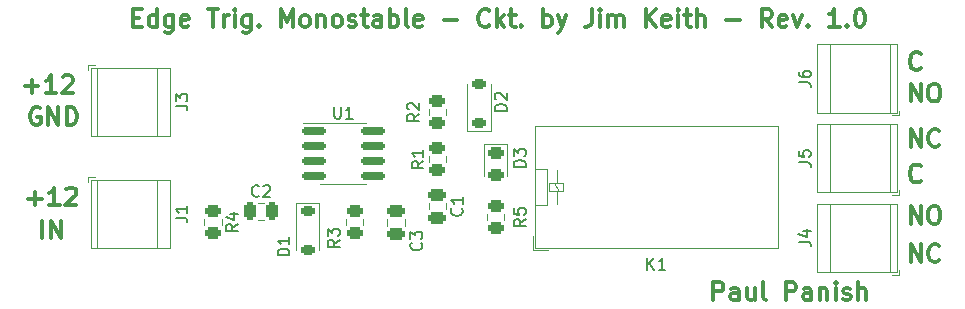
<source format=gto>
G04 #@! TF.GenerationSoftware,KiCad,Pcbnew,7.0.6-0*
G04 #@! TF.CreationDate,2023-08-27T09:50:28-04:00*
G04 #@! TF.ProjectId,edge triggered monostable,65646765-2074-4726-9967-676572656420,1.0*
G04 #@! TF.SameCoordinates,Original*
G04 #@! TF.FileFunction,Legend,Top*
G04 #@! TF.FilePolarity,Positive*
%FSLAX46Y46*%
G04 Gerber Fmt 4.6, Leading zero omitted, Abs format (unit mm)*
G04 Created by KiCad (PCBNEW 7.0.6-0) date 2023-08-27 09:50:28*
%MOMM*%
%LPD*%
G01*
G04 APERTURE LIST*
G04 Aperture macros list*
%AMRoundRect*
0 Rectangle with rounded corners*
0 $1 Rounding radius*
0 $2 $3 $4 $5 $6 $7 $8 $9 X,Y pos of 4 corners*
0 Add a 4 corners polygon primitive as box body*
4,1,4,$2,$3,$4,$5,$6,$7,$8,$9,$2,$3,0*
0 Add four circle primitives for the rounded corners*
1,1,$1+$1,$2,$3*
1,1,$1+$1,$4,$5*
1,1,$1+$1,$6,$7*
1,1,$1+$1,$8,$9*
0 Add four rect primitives between the rounded corners*
20,1,$1+$1,$2,$3,$4,$5,0*
20,1,$1+$1,$4,$5,$6,$7,0*
20,1,$1+$1,$6,$7,$8,$9,0*
20,1,$1+$1,$8,$9,$2,$3,0*%
G04 Aperture macros list end*
%ADD10C,0.300000*%
%ADD11C,0.150000*%
%ADD12C,0.120000*%
%ADD13RoundRect,0.150000X-0.825000X-0.150000X0.825000X-0.150000X0.825000X0.150000X-0.825000X0.150000X0*%
%ADD14R,2.000000X2.000000*%
%ADD15C,2.000000*%
%ADD16R,2.100000X2.100000*%
%ADD17C,2.100000*%
%ADD18C,5.500000*%
%ADD19RoundRect,0.250000X0.450000X-0.262500X0.450000X0.262500X-0.450000X0.262500X-0.450000X-0.262500X0*%
%ADD20RoundRect,0.250000X-0.450000X0.262500X-0.450000X-0.262500X0.450000X-0.262500X0.450000X0.262500X0*%
%ADD21RoundRect,0.243750X-0.456250X0.243750X-0.456250X-0.243750X0.456250X-0.243750X0.456250X0.243750X0*%
%ADD22RoundRect,0.225000X-0.375000X0.225000X-0.375000X-0.225000X0.375000X-0.225000X0.375000X0.225000X0*%
%ADD23RoundRect,0.250000X-0.475000X0.250000X-0.475000X-0.250000X0.475000X-0.250000X0.475000X0.250000X0*%
%ADD24RoundRect,0.225000X0.375000X-0.225000X0.375000X0.225000X-0.375000X0.225000X-0.375000X-0.225000X0*%
%ADD25RoundRect,0.250000X-0.250000X-0.475000X0.250000X-0.475000X0.250000X0.475000X-0.250000X0.475000X0*%
G04 APERTURE END LIST*
D10*
X84340225Y-96272257D02*
X84197368Y-96200828D01*
X84197368Y-96200828D02*
X83983082Y-96200828D01*
X83983082Y-96200828D02*
X83768796Y-96272257D01*
X83768796Y-96272257D02*
X83625939Y-96415114D01*
X83625939Y-96415114D02*
X83554510Y-96557971D01*
X83554510Y-96557971D02*
X83483082Y-96843685D01*
X83483082Y-96843685D02*
X83483082Y-97057971D01*
X83483082Y-97057971D02*
X83554510Y-97343685D01*
X83554510Y-97343685D02*
X83625939Y-97486542D01*
X83625939Y-97486542D02*
X83768796Y-97629400D01*
X83768796Y-97629400D02*
X83983082Y-97700828D01*
X83983082Y-97700828D02*
X84125939Y-97700828D01*
X84125939Y-97700828D02*
X84340225Y-97629400D01*
X84340225Y-97629400D02*
X84411653Y-97557971D01*
X84411653Y-97557971D02*
X84411653Y-97057971D01*
X84411653Y-97057971D02*
X84125939Y-97057971D01*
X85054510Y-97700828D02*
X85054510Y-96200828D01*
X85054510Y-96200828D02*
X85911653Y-97700828D01*
X85911653Y-97700828D02*
X85911653Y-96200828D01*
X86625939Y-97700828D02*
X86625939Y-96200828D01*
X86625939Y-96200828D02*
X86983082Y-96200828D01*
X86983082Y-96200828D02*
X87197368Y-96272257D01*
X87197368Y-96272257D02*
X87340225Y-96415114D01*
X87340225Y-96415114D02*
X87411654Y-96557971D01*
X87411654Y-96557971D02*
X87483082Y-96843685D01*
X87483082Y-96843685D02*
X87483082Y-97057971D01*
X87483082Y-97057971D02*
X87411654Y-97343685D01*
X87411654Y-97343685D02*
X87340225Y-97486542D01*
X87340225Y-97486542D02*
X87197368Y-97629400D01*
X87197368Y-97629400D02*
X86983082Y-97700828D01*
X86983082Y-97700828D02*
X86625939Y-97700828D01*
X158054510Y-109300828D02*
X158054510Y-107800828D01*
X158054510Y-107800828D02*
X158911653Y-109300828D01*
X158911653Y-109300828D02*
X158911653Y-107800828D01*
X160483082Y-109157971D02*
X160411654Y-109229400D01*
X160411654Y-109229400D02*
X160197368Y-109300828D01*
X160197368Y-109300828D02*
X160054511Y-109300828D01*
X160054511Y-109300828D02*
X159840225Y-109229400D01*
X159840225Y-109229400D02*
X159697368Y-109086542D01*
X159697368Y-109086542D02*
X159625939Y-108943685D01*
X159625939Y-108943685D02*
X159554511Y-108657971D01*
X159554511Y-108657971D02*
X159554511Y-108443685D01*
X159554511Y-108443685D02*
X159625939Y-108157971D01*
X159625939Y-108157971D02*
X159697368Y-108015114D01*
X159697368Y-108015114D02*
X159840225Y-107872257D01*
X159840225Y-107872257D02*
X160054511Y-107800828D01*
X160054511Y-107800828D02*
X160197368Y-107800828D01*
X160197368Y-107800828D02*
X160411654Y-107872257D01*
X160411654Y-107872257D02*
X160483082Y-107943685D01*
X83054510Y-94429400D02*
X84197368Y-94429400D01*
X83625939Y-95000828D02*
X83625939Y-93857971D01*
X85697368Y-95000828D02*
X84840225Y-95000828D01*
X85268796Y-95000828D02*
X85268796Y-93500828D01*
X85268796Y-93500828D02*
X85125939Y-93715114D01*
X85125939Y-93715114D02*
X84983082Y-93857971D01*
X84983082Y-93857971D02*
X84840225Y-93929400D01*
X86268796Y-93643685D02*
X86340224Y-93572257D01*
X86340224Y-93572257D02*
X86483082Y-93500828D01*
X86483082Y-93500828D02*
X86840224Y-93500828D01*
X86840224Y-93500828D02*
X86983082Y-93572257D01*
X86983082Y-93572257D02*
X87054510Y-93643685D01*
X87054510Y-93643685D02*
X87125939Y-93786542D01*
X87125939Y-93786542D02*
X87125939Y-93929400D01*
X87125939Y-93929400D02*
X87054510Y-94143685D01*
X87054510Y-94143685D02*
X86197367Y-95000828D01*
X86197367Y-95000828D02*
X87125939Y-95000828D01*
X158911653Y-92907971D02*
X158840225Y-92979400D01*
X158840225Y-92979400D02*
X158625939Y-93050828D01*
X158625939Y-93050828D02*
X158483082Y-93050828D01*
X158483082Y-93050828D02*
X158268796Y-92979400D01*
X158268796Y-92979400D02*
X158125939Y-92836542D01*
X158125939Y-92836542D02*
X158054510Y-92693685D01*
X158054510Y-92693685D02*
X157983082Y-92407971D01*
X157983082Y-92407971D02*
X157983082Y-92193685D01*
X157983082Y-92193685D02*
X158054510Y-91907971D01*
X158054510Y-91907971D02*
X158125939Y-91765114D01*
X158125939Y-91765114D02*
X158268796Y-91622257D01*
X158268796Y-91622257D02*
X158483082Y-91550828D01*
X158483082Y-91550828D02*
X158625939Y-91550828D01*
X158625939Y-91550828D02*
X158840225Y-91622257D01*
X158840225Y-91622257D02*
X158911653Y-91693685D01*
X158911653Y-102407971D02*
X158840225Y-102479400D01*
X158840225Y-102479400D02*
X158625939Y-102550828D01*
X158625939Y-102550828D02*
X158483082Y-102550828D01*
X158483082Y-102550828D02*
X158268796Y-102479400D01*
X158268796Y-102479400D02*
X158125939Y-102336542D01*
X158125939Y-102336542D02*
X158054510Y-102193685D01*
X158054510Y-102193685D02*
X157983082Y-101907971D01*
X157983082Y-101907971D02*
X157983082Y-101693685D01*
X157983082Y-101693685D02*
X158054510Y-101407971D01*
X158054510Y-101407971D02*
X158125939Y-101265114D01*
X158125939Y-101265114D02*
X158268796Y-101122257D01*
X158268796Y-101122257D02*
X158483082Y-101050828D01*
X158483082Y-101050828D02*
X158625939Y-101050828D01*
X158625939Y-101050828D02*
X158840225Y-101122257D01*
X158840225Y-101122257D02*
X158911653Y-101193685D01*
X92254510Y-88615114D02*
X92754510Y-88615114D01*
X92968796Y-89400828D02*
X92254510Y-89400828D01*
X92254510Y-89400828D02*
X92254510Y-87900828D01*
X92254510Y-87900828D02*
X92968796Y-87900828D01*
X94254511Y-89400828D02*
X94254511Y-87900828D01*
X94254511Y-89329400D02*
X94111653Y-89400828D01*
X94111653Y-89400828D02*
X93825939Y-89400828D01*
X93825939Y-89400828D02*
X93683082Y-89329400D01*
X93683082Y-89329400D02*
X93611653Y-89257971D01*
X93611653Y-89257971D02*
X93540225Y-89115114D01*
X93540225Y-89115114D02*
X93540225Y-88686542D01*
X93540225Y-88686542D02*
X93611653Y-88543685D01*
X93611653Y-88543685D02*
X93683082Y-88472257D01*
X93683082Y-88472257D02*
X93825939Y-88400828D01*
X93825939Y-88400828D02*
X94111653Y-88400828D01*
X94111653Y-88400828D02*
X94254511Y-88472257D01*
X95611654Y-88400828D02*
X95611654Y-89615114D01*
X95611654Y-89615114D02*
X95540225Y-89757971D01*
X95540225Y-89757971D02*
X95468796Y-89829400D01*
X95468796Y-89829400D02*
X95325939Y-89900828D01*
X95325939Y-89900828D02*
X95111654Y-89900828D01*
X95111654Y-89900828D02*
X94968796Y-89829400D01*
X95611654Y-89329400D02*
X95468796Y-89400828D01*
X95468796Y-89400828D02*
X95183082Y-89400828D01*
X95183082Y-89400828D02*
X95040225Y-89329400D01*
X95040225Y-89329400D02*
X94968796Y-89257971D01*
X94968796Y-89257971D02*
X94897368Y-89115114D01*
X94897368Y-89115114D02*
X94897368Y-88686542D01*
X94897368Y-88686542D02*
X94968796Y-88543685D01*
X94968796Y-88543685D02*
X95040225Y-88472257D01*
X95040225Y-88472257D02*
X95183082Y-88400828D01*
X95183082Y-88400828D02*
X95468796Y-88400828D01*
X95468796Y-88400828D02*
X95611654Y-88472257D01*
X96897368Y-89329400D02*
X96754511Y-89400828D01*
X96754511Y-89400828D02*
X96468797Y-89400828D01*
X96468797Y-89400828D02*
X96325939Y-89329400D01*
X96325939Y-89329400D02*
X96254511Y-89186542D01*
X96254511Y-89186542D02*
X96254511Y-88615114D01*
X96254511Y-88615114D02*
X96325939Y-88472257D01*
X96325939Y-88472257D02*
X96468797Y-88400828D01*
X96468797Y-88400828D02*
X96754511Y-88400828D01*
X96754511Y-88400828D02*
X96897368Y-88472257D01*
X96897368Y-88472257D02*
X96968797Y-88615114D01*
X96968797Y-88615114D02*
X96968797Y-88757971D01*
X96968797Y-88757971D02*
X96254511Y-88900828D01*
X98540225Y-87900828D02*
X99397368Y-87900828D01*
X98968796Y-89400828D02*
X98968796Y-87900828D01*
X99897367Y-89400828D02*
X99897367Y-88400828D01*
X99897367Y-88686542D02*
X99968796Y-88543685D01*
X99968796Y-88543685D02*
X100040225Y-88472257D01*
X100040225Y-88472257D02*
X100183082Y-88400828D01*
X100183082Y-88400828D02*
X100325939Y-88400828D01*
X100825938Y-89400828D02*
X100825938Y-88400828D01*
X100825938Y-87900828D02*
X100754510Y-87972257D01*
X100754510Y-87972257D02*
X100825938Y-88043685D01*
X100825938Y-88043685D02*
X100897367Y-87972257D01*
X100897367Y-87972257D02*
X100825938Y-87900828D01*
X100825938Y-87900828D02*
X100825938Y-88043685D01*
X102183082Y-88400828D02*
X102183082Y-89615114D01*
X102183082Y-89615114D02*
X102111653Y-89757971D01*
X102111653Y-89757971D02*
X102040224Y-89829400D01*
X102040224Y-89829400D02*
X101897367Y-89900828D01*
X101897367Y-89900828D02*
X101683082Y-89900828D01*
X101683082Y-89900828D02*
X101540224Y-89829400D01*
X102183082Y-89329400D02*
X102040224Y-89400828D01*
X102040224Y-89400828D02*
X101754510Y-89400828D01*
X101754510Y-89400828D02*
X101611653Y-89329400D01*
X101611653Y-89329400D02*
X101540224Y-89257971D01*
X101540224Y-89257971D02*
X101468796Y-89115114D01*
X101468796Y-89115114D02*
X101468796Y-88686542D01*
X101468796Y-88686542D02*
X101540224Y-88543685D01*
X101540224Y-88543685D02*
X101611653Y-88472257D01*
X101611653Y-88472257D02*
X101754510Y-88400828D01*
X101754510Y-88400828D02*
X102040224Y-88400828D01*
X102040224Y-88400828D02*
X102183082Y-88472257D01*
X102897367Y-89257971D02*
X102968796Y-89329400D01*
X102968796Y-89329400D02*
X102897367Y-89400828D01*
X102897367Y-89400828D02*
X102825939Y-89329400D01*
X102825939Y-89329400D02*
X102897367Y-89257971D01*
X102897367Y-89257971D02*
X102897367Y-89400828D01*
X104754510Y-89400828D02*
X104754510Y-87900828D01*
X104754510Y-87900828D02*
X105254510Y-88972257D01*
X105254510Y-88972257D02*
X105754510Y-87900828D01*
X105754510Y-87900828D02*
X105754510Y-89400828D01*
X106683082Y-89400828D02*
X106540225Y-89329400D01*
X106540225Y-89329400D02*
X106468796Y-89257971D01*
X106468796Y-89257971D02*
X106397368Y-89115114D01*
X106397368Y-89115114D02*
X106397368Y-88686542D01*
X106397368Y-88686542D02*
X106468796Y-88543685D01*
X106468796Y-88543685D02*
X106540225Y-88472257D01*
X106540225Y-88472257D02*
X106683082Y-88400828D01*
X106683082Y-88400828D02*
X106897368Y-88400828D01*
X106897368Y-88400828D02*
X107040225Y-88472257D01*
X107040225Y-88472257D02*
X107111654Y-88543685D01*
X107111654Y-88543685D02*
X107183082Y-88686542D01*
X107183082Y-88686542D02*
X107183082Y-89115114D01*
X107183082Y-89115114D02*
X107111654Y-89257971D01*
X107111654Y-89257971D02*
X107040225Y-89329400D01*
X107040225Y-89329400D02*
X106897368Y-89400828D01*
X106897368Y-89400828D02*
X106683082Y-89400828D01*
X107825939Y-88400828D02*
X107825939Y-89400828D01*
X107825939Y-88543685D02*
X107897368Y-88472257D01*
X107897368Y-88472257D02*
X108040225Y-88400828D01*
X108040225Y-88400828D02*
X108254511Y-88400828D01*
X108254511Y-88400828D02*
X108397368Y-88472257D01*
X108397368Y-88472257D02*
X108468797Y-88615114D01*
X108468797Y-88615114D02*
X108468797Y-89400828D01*
X109397368Y-89400828D02*
X109254511Y-89329400D01*
X109254511Y-89329400D02*
X109183082Y-89257971D01*
X109183082Y-89257971D02*
X109111654Y-89115114D01*
X109111654Y-89115114D02*
X109111654Y-88686542D01*
X109111654Y-88686542D02*
X109183082Y-88543685D01*
X109183082Y-88543685D02*
X109254511Y-88472257D01*
X109254511Y-88472257D02*
X109397368Y-88400828D01*
X109397368Y-88400828D02*
X109611654Y-88400828D01*
X109611654Y-88400828D02*
X109754511Y-88472257D01*
X109754511Y-88472257D02*
X109825940Y-88543685D01*
X109825940Y-88543685D02*
X109897368Y-88686542D01*
X109897368Y-88686542D02*
X109897368Y-89115114D01*
X109897368Y-89115114D02*
X109825940Y-89257971D01*
X109825940Y-89257971D02*
X109754511Y-89329400D01*
X109754511Y-89329400D02*
X109611654Y-89400828D01*
X109611654Y-89400828D02*
X109397368Y-89400828D01*
X110468797Y-89329400D02*
X110611654Y-89400828D01*
X110611654Y-89400828D02*
X110897368Y-89400828D01*
X110897368Y-89400828D02*
X111040225Y-89329400D01*
X111040225Y-89329400D02*
X111111654Y-89186542D01*
X111111654Y-89186542D02*
X111111654Y-89115114D01*
X111111654Y-89115114D02*
X111040225Y-88972257D01*
X111040225Y-88972257D02*
X110897368Y-88900828D01*
X110897368Y-88900828D02*
X110683083Y-88900828D01*
X110683083Y-88900828D02*
X110540225Y-88829400D01*
X110540225Y-88829400D02*
X110468797Y-88686542D01*
X110468797Y-88686542D02*
X110468797Y-88615114D01*
X110468797Y-88615114D02*
X110540225Y-88472257D01*
X110540225Y-88472257D02*
X110683083Y-88400828D01*
X110683083Y-88400828D02*
X110897368Y-88400828D01*
X110897368Y-88400828D02*
X111040225Y-88472257D01*
X111540226Y-88400828D02*
X112111654Y-88400828D01*
X111754511Y-87900828D02*
X111754511Y-89186542D01*
X111754511Y-89186542D02*
X111825940Y-89329400D01*
X111825940Y-89329400D02*
X111968797Y-89400828D01*
X111968797Y-89400828D02*
X112111654Y-89400828D01*
X113254512Y-89400828D02*
X113254512Y-88615114D01*
X113254512Y-88615114D02*
X113183083Y-88472257D01*
X113183083Y-88472257D02*
X113040226Y-88400828D01*
X113040226Y-88400828D02*
X112754512Y-88400828D01*
X112754512Y-88400828D02*
X112611654Y-88472257D01*
X113254512Y-89329400D02*
X113111654Y-89400828D01*
X113111654Y-89400828D02*
X112754512Y-89400828D01*
X112754512Y-89400828D02*
X112611654Y-89329400D01*
X112611654Y-89329400D02*
X112540226Y-89186542D01*
X112540226Y-89186542D02*
X112540226Y-89043685D01*
X112540226Y-89043685D02*
X112611654Y-88900828D01*
X112611654Y-88900828D02*
X112754512Y-88829400D01*
X112754512Y-88829400D02*
X113111654Y-88829400D01*
X113111654Y-88829400D02*
X113254512Y-88757971D01*
X113968797Y-89400828D02*
X113968797Y-87900828D01*
X113968797Y-88472257D02*
X114111655Y-88400828D01*
X114111655Y-88400828D02*
X114397369Y-88400828D01*
X114397369Y-88400828D02*
X114540226Y-88472257D01*
X114540226Y-88472257D02*
X114611655Y-88543685D01*
X114611655Y-88543685D02*
X114683083Y-88686542D01*
X114683083Y-88686542D02*
X114683083Y-89115114D01*
X114683083Y-89115114D02*
X114611655Y-89257971D01*
X114611655Y-89257971D02*
X114540226Y-89329400D01*
X114540226Y-89329400D02*
X114397369Y-89400828D01*
X114397369Y-89400828D02*
X114111655Y-89400828D01*
X114111655Y-89400828D02*
X113968797Y-89329400D01*
X115540226Y-89400828D02*
X115397369Y-89329400D01*
X115397369Y-89329400D02*
X115325940Y-89186542D01*
X115325940Y-89186542D02*
X115325940Y-87900828D01*
X116683083Y-89329400D02*
X116540226Y-89400828D01*
X116540226Y-89400828D02*
X116254512Y-89400828D01*
X116254512Y-89400828D02*
X116111654Y-89329400D01*
X116111654Y-89329400D02*
X116040226Y-89186542D01*
X116040226Y-89186542D02*
X116040226Y-88615114D01*
X116040226Y-88615114D02*
X116111654Y-88472257D01*
X116111654Y-88472257D02*
X116254512Y-88400828D01*
X116254512Y-88400828D02*
X116540226Y-88400828D01*
X116540226Y-88400828D02*
X116683083Y-88472257D01*
X116683083Y-88472257D02*
X116754512Y-88615114D01*
X116754512Y-88615114D02*
X116754512Y-88757971D01*
X116754512Y-88757971D02*
X116040226Y-88900828D01*
X118540225Y-88829400D02*
X119683083Y-88829400D01*
X122397368Y-89257971D02*
X122325940Y-89329400D01*
X122325940Y-89329400D02*
X122111654Y-89400828D01*
X122111654Y-89400828D02*
X121968797Y-89400828D01*
X121968797Y-89400828D02*
X121754511Y-89329400D01*
X121754511Y-89329400D02*
X121611654Y-89186542D01*
X121611654Y-89186542D02*
X121540225Y-89043685D01*
X121540225Y-89043685D02*
X121468797Y-88757971D01*
X121468797Y-88757971D02*
X121468797Y-88543685D01*
X121468797Y-88543685D02*
X121540225Y-88257971D01*
X121540225Y-88257971D02*
X121611654Y-88115114D01*
X121611654Y-88115114D02*
X121754511Y-87972257D01*
X121754511Y-87972257D02*
X121968797Y-87900828D01*
X121968797Y-87900828D02*
X122111654Y-87900828D01*
X122111654Y-87900828D02*
X122325940Y-87972257D01*
X122325940Y-87972257D02*
X122397368Y-88043685D01*
X123040225Y-89400828D02*
X123040225Y-87900828D01*
X123183083Y-88829400D02*
X123611654Y-89400828D01*
X123611654Y-88400828D02*
X123040225Y-88972257D01*
X124040226Y-88400828D02*
X124611654Y-88400828D01*
X124254511Y-87900828D02*
X124254511Y-89186542D01*
X124254511Y-89186542D02*
X124325940Y-89329400D01*
X124325940Y-89329400D02*
X124468797Y-89400828D01*
X124468797Y-89400828D02*
X124611654Y-89400828D01*
X125111654Y-89257971D02*
X125183083Y-89329400D01*
X125183083Y-89329400D02*
X125111654Y-89400828D01*
X125111654Y-89400828D02*
X125040226Y-89329400D01*
X125040226Y-89329400D02*
X125111654Y-89257971D01*
X125111654Y-89257971D02*
X125111654Y-89400828D01*
X126968797Y-89400828D02*
X126968797Y-87900828D01*
X126968797Y-88472257D02*
X127111655Y-88400828D01*
X127111655Y-88400828D02*
X127397369Y-88400828D01*
X127397369Y-88400828D02*
X127540226Y-88472257D01*
X127540226Y-88472257D02*
X127611655Y-88543685D01*
X127611655Y-88543685D02*
X127683083Y-88686542D01*
X127683083Y-88686542D02*
X127683083Y-89115114D01*
X127683083Y-89115114D02*
X127611655Y-89257971D01*
X127611655Y-89257971D02*
X127540226Y-89329400D01*
X127540226Y-89329400D02*
X127397369Y-89400828D01*
X127397369Y-89400828D02*
X127111655Y-89400828D01*
X127111655Y-89400828D02*
X126968797Y-89329400D01*
X128183083Y-88400828D02*
X128540226Y-89400828D01*
X128897369Y-88400828D02*
X128540226Y-89400828D01*
X128540226Y-89400828D02*
X128397369Y-89757971D01*
X128397369Y-89757971D02*
X128325940Y-89829400D01*
X128325940Y-89829400D02*
X128183083Y-89900828D01*
X131040226Y-87900828D02*
X131040226Y-88972257D01*
X131040226Y-88972257D02*
X130968797Y-89186542D01*
X130968797Y-89186542D02*
X130825940Y-89329400D01*
X130825940Y-89329400D02*
X130611654Y-89400828D01*
X130611654Y-89400828D02*
X130468797Y-89400828D01*
X131754511Y-89400828D02*
X131754511Y-88400828D01*
X131754511Y-87900828D02*
X131683083Y-87972257D01*
X131683083Y-87972257D02*
X131754511Y-88043685D01*
X131754511Y-88043685D02*
X131825940Y-87972257D01*
X131825940Y-87972257D02*
X131754511Y-87900828D01*
X131754511Y-87900828D02*
X131754511Y-88043685D01*
X132468797Y-89400828D02*
X132468797Y-88400828D01*
X132468797Y-88543685D02*
X132540226Y-88472257D01*
X132540226Y-88472257D02*
X132683083Y-88400828D01*
X132683083Y-88400828D02*
X132897369Y-88400828D01*
X132897369Y-88400828D02*
X133040226Y-88472257D01*
X133040226Y-88472257D02*
X133111655Y-88615114D01*
X133111655Y-88615114D02*
X133111655Y-89400828D01*
X133111655Y-88615114D02*
X133183083Y-88472257D01*
X133183083Y-88472257D02*
X133325940Y-88400828D01*
X133325940Y-88400828D02*
X133540226Y-88400828D01*
X133540226Y-88400828D02*
X133683083Y-88472257D01*
X133683083Y-88472257D02*
X133754512Y-88615114D01*
X133754512Y-88615114D02*
X133754512Y-89400828D01*
X135611654Y-89400828D02*
X135611654Y-87900828D01*
X136468797Y-89400828D02*
X135825940Y-88543685D01*
X136468797Y-87900828D02*
X135611654Y-88757971D01*
X137683083Y-89329400D02*
X137540226Y-89400828D01*
X137540226Y-89400828D02*
X137254512Y-89400828D01*
X137254512Y-89400828D02*
X137111654Y-89329400D01*
X137111654Y-89329400D02*
X137040226Y-89186542D01*
X137040226Y-89186542D02*
X137040226Y-88615114D01*
X137040226Y-88615114D02*
X137111654Y-88472257D01*
X137111654Y-88472257D02*
X137254512Y-88400828D01*
X137254512Y-88400828D02*
X137540226Y-88400828D01*
X137540226Y-88400828D02*
X137683083Y-88472257D01*
X137683083Y-88472257D02*
X137754512Y-88615114D01*
X137754512Y-88615114D02*
X137754512Y-88757971D01*
X137754512Y-88757971D02*
X137040226Y-88900828D01*
X138397368Y-89400828D02*
X138397368Y-88400828D01*
X138397368Y-87900828D02*
X138325940Y-87972257D01*
X138325940Y-87972257D02*
X138397368Y-88043685D01*
X138397368Y-88043685D02*
X138468797Y-87972257D01*
X138468797Y-87972257D02*
X138397368Y-87900828D01*
X138397368Y-87900828D02*
X138397368Y-88043685D01*
X138897369Y-88400828D02*
X139468797Y-88400828D01*
X139111654Y-87900828D02*
X139111654Y-89186542D01*
X139111654Y-89186542D02*
X139183083Y-89329400D01*
X139183083Y-89329400D02*
X139325940Y-89400828D01*
X139325940Y-89400828D02*
X139468797Y-89400828D01*
X139968797Y-89400828D02*
X139968797Y-87900828D01*
X140611655Y-89400828D02*
X140611655Y-88615114D01*
X140611655Y-88615114D02*
X140540226Y-88472257D01*
X140540226Y-88472257D02*
X140397369Y-88400828D01*
X140397369Y-88400828D02*
X140183083Y-88400828D01*
X140183083Y-88400828D02*
X140040226Y-88472257D01*
X140040226Y-88472257D02*
X139968797Y-88543685D01*
X142468797Y-88829400D02*
X143611655Y-88829400D01*
X146325940Y-89400828D02*
X145825940Y-88686542D01*
X145468797Y-89400828D02*
X145468797Y-87900828D01*
X145468797Y-87900828D02*
X146040226Y-87900828D01*
X146040226Y-87900828D02*
X146183083Y-87972257D01*
X146183083Y-87972257D02*
X146254512Y-88043685D01*
X146254512Y-88043685D02*
X146325940Y-88186542D01*
X146325940Y-88186542D02*
X146325940Y-88400828D01*
X146325940Y-88400828D02*
X146254512Y-88543685D01*
X146254512Y-88543685D02*
X146183083Y-88615114D01*
X146183083Y-88615114D02*
X146040226Y-88686542D01*
X146040226Y-88686542D02*
X145468797Y-88686542D01*
X147540226Y-89329400D02*
X147397369Y-89400828D01*
X147397369Y-89400828D02*
X147111655Y-89400828D01*
X147111655Y-89400828D02*
X146968797Y-89329400D01*
X146968797Y-89329400D02*
X146897369Y-89186542D01*
X146897369Y-89186542D02*
X146897369Y-88615114D01*
X146897369Y-88615114D02*
X146968797Y-88472257D01*
X146968797Y-88472257D02*
X147111655Y-88400828D01*
X147111655Y-88400828D02*
X147397369Y-88400828D01*
X147397369Y-88400828D02*
X147540226Y-88472257D01*
X147540226Y-88472257D02*
X147611655Y-88615114D01*
X147611655Y-88615114D02*
X147611655Y-88757971D01*
X147611655Y-88757971D02*
X146897369Y-88900828D01*
X148111654Y-88400828D02*
X148468797Y-89400828D01*
X148468797Y-89400828D02*
X148825940Y-88400828D01*
X149397368Y-89257971D02*
X149468797Y-89329400D01*
X149468797Y-89329400D02*
X149397368Y-89400828D01*
X149397368Y-89400828D02*
X149325940Y-89329400D01*
X149325940Y-89329400D02*
X149397368Y-89257971D01*
X149397368Y-89257971D02*
X149397368Y-89400828D01*
X152040226Y-89400828D02*
X151183083Y-89400828D01*
X151611654Y-89400828D02*
X151611654Y-87900828D01*
X151611654Y-87900828D02*
X151468797Y-88115114D01*
X151468797Y-88115114D02*
X151325940Y-88257971D01*
X151325940Y-88257971D02*
X151183083Y-88329400D01*
X152683082Y-89257971D02*
X152754511Y-89329400D01*
X152754511Y-89329400D02*
X152683082Y-89400828D01*
X152683082Y-89400828D02*
X152611654Y-89329400D01*
X152611654Y-89329400D02*
X152683082Y-89257971D01*
X152683082Y-89257971D02*
X152683082Y-89400828D01*
X153683083Y-87900828D02*
X153825940Y-87900828D01*
X153825940Y-87900828D02*
X153968797Y-87972257D01*
X153968797Y-87972257D02*
X154040226Y-88043685D01*
X154040226Y-88043685D02*
X154111654Y-88186542D01*
X154111654Y-88186542D02*
X154183083Y-88472257D01*
X154183083Y-88472257D02*
X154183083Y-88829400D01*
X154183083Y-88829400D02*
X154111654Y-89115114D01*
X154111654Y-89115114D02*
X154040226Y-89257971D01*
X154040226Y-89257971D02*
X153968797Y-89329400D01*
X153968797Y-89329400D02*
X153825940Y-89400828D01*
X153825940Y-89400828D02*
X153683083Y-89400828D01*
X153683083Y-89400828D02*
X153540226Y-89329400D01*
X153540226Y-89329400D02*
X153468797Y-89257971D01*
X153468797Y-89257971D02*
X153397368Y-89115114D01*
X153397368Y-89115114D02*
X153325940Y-88829400D01*
X153325940Y-88829400D02*
X153325940Y-88472257D01*
X153325940Y-88472257D02*
X153397368Y-88186542D01*
X153397368Y-88186542D02*
X153468797Y-88043685D01*
X153468797Y-88043685D02*
X153540226Y-87972257D01*
X153540226Y-87972257D02*
X153683083Y-87900828D01*
X158054510Y-99550828D02*
X158054510Y-98050828D01*
X158054510Y-98050828D02*
X158911653Y-99550828D01*
X158911653Y-99550828D02*
X158911653Y-98050828D01*
X160483082Y-99407971D02*
X160411654Y-99479400D01*
X160411654Y-99479400D02*
X160197368Y-99550828D01*
X160197368Y-99550828D02*
X160054511Y-99550828D01*
X160054511Y-99550828D02*
X159840225Y-99479400D01*
X159840225Y-99479400D02*
X159697368Y-99336542D01*
X159697368Y-99336542D02*
X159625939Y-99193685D01*
X159625939Y-99193685D02*
X159554511Y-98907971D01*
X159554511Y-98907971D02*
X159554511Y-98693685D01*
X159554511Y-98693685D02*
X159625939Y-98407971D01*
X159625939Y-98407971D02*
X159697368Y-98265114D01*
X159697368Y-98265114D02*
X159840225Y-98122257D01*
X159840225Y-98122257D02*
X160054511Y-98050828D01*
X160054511Y-98050828D02*
X160197368Y-98050828D01*
X160197368Y-98050828D02*
X160411654Y-98122257D01*
X160411654Y-98122257D02*
X160483082Y-98193685D01*
X84554510Y-107300828D02*
X84554510Y-105800828D01*
X85268796Y-107300828D02*
X85268796Y-105800828D01*
X85268796Y-105800828D02*
X86125939Y-107300828D01*
X86125939Y-107300828D02*
X86125939Y-105800828D01*
X158054510Y-95700828D02*
X158054510Y-94200828D01*
X158054510Y-94200828D02*
X158911653Y-95700828D01*
X158911653Y-95700828D02*
X158911653Y-94200828D01*
X159911654Y-94200828D02*
X160197368Y-94200828D01*
X160197368Y-94200828D02*
X160340225Y-94272257D01*
X160340225Y-94272257D02*
X160483082Y-94415114D01*
X160483082Y-94415114D02*
X160554511Y-94700828D01*
X160554511Y-94700828D02*
X160554511Y-95200828D01*
X160554511Y-95200828D02*
X160483082Y-95486542D01*
X160483082Y-95486542D02*
X160340225Y-95629400D01*
X160340225Y-95629400D02*
X160197368Y-95700828D01*
X160197368Y-95700828D02*
X159911654Y-95700828D01*
X159911654Y-95700828D02*
X159768797Y-95629400D01*
X159768797Y-95629400D02*
X159625939Y-95486542D01*
X159625939Y-95486542D02*
X159554511Y-95200828D01*
X159554511Y-95200828D02*
X159554511Y-94700828D01*
X159554511Y-94700828D02*
X159625939Y-94415114D01*
X159625939Y-94415114D02*
X159768797Y-94272257D01*
X159768797Y-94272257D02*
X159911654Y-94200828D01*
X83354510Y-103929400D02*
X84497368Y-103929400D01*
X83925939Y-104500828D02*
X83925939Y-103357971D01*
X85997368Y-104500828D02*
X85140225Y-104500828D01*
X85568796Y-104500828D02*
X85568796Y-103000828D01*
X85568796Y-103000828D02*
X85425939Y-103215114D01*
X85425939Y-103215114D02*
X85283082Y-103357971D01*
X85283082Y-103357971D02*
X85140225Y-103429400D01*
X86568796Y-103143685D02*
X86640224Y-103072257D01*
X86640224Y-103072257D02*
X86783082Y-103000828D01*
X86783082Y-103000828D02*
X87140224Y-103000828D01*
X87140224Y-103000828D02*
X87283082Y-103072257D01*
X87283082Y-103072257D02*
X87354510Y-103143685D01*
X87354510Y-103143685D02*
X87425939Y-103286542D01*
X87425939Y-103286542D02*
X87425939Y-103429400D01*
X87425939Y-103429400D02*
X87354510Y-103643685D01*
X87354510Y-103643685D02*
X86497367Y-104500828D01*
X86497367Y-104500828D02*
X87425939Y-104500828D01*
X158054510Y-106050828D02*
X158054510Y-104550828D01*
X158054510Y-104550828D02*
X158911653Y-106050828D01*
X158911653Y-106050828D02*
X158911653Y-104550828D01*
X159911654Y-104550828D02*
X160197368Y-104550828D01*
X160197368Y-104550828D02*
X160340225Y-104622257D01*
X160340225Y-104622257D02*
X160483082Y-104765114D01*
X160483082Y-104765114D02*
X160554511Y-105050828D01*
X160554511Y-105050828D02*
X160554511Y-105550828D01*
X160554511Y-105550828D02*
X160483082Y-105836542D01*
X160483082Y-105836542D02*
X160340225Y-105979400D01*
X160340225Y-105979400D02*
X160197368Y-106050828D01*
X160197368Y-106050828D02*
X159911654Y-106050828D01*
X159911654Y-106050828D02*
X159768797Y-105979400D01*
X159768797Y-105979400D02*
X159625939Y-105836542D01*
X159625939Y-105836542D02*
X159554511Y-105550828D01*
X159554511Y-105550828D02*
X159554511Y-105050828D01*
X159554511Y-105050828D02*
X159625939Y-104765114D01*
X159625939Y-104765114D02*
X159768797Y-104622257D01*
X159768797Y-104622257D02*
X159911654Y-104550828D01*
X141354510Y-112500828D02*
X141354510Y-111000828D01*
X141354510Y-111000828D02*
X141925939Y-111000828D01*
X141925939Y-111000828D02*
X142068796Y-111072257D01*
X142068796Y-111072257D02*
X142140225Y-111143685D01*
X142140225Y-111143685D02*
X142211653Y-111286542D01*
X142211653Y-111286542D02*
X142211653Y-111500828D01*
X142211653Y-111500828D02*
X142140225Y-111643685D01*
X142140225Y-111643685D02*
X142068796Y-111715114D01*
X142068796Y-111715114D02*
X141925939Y-111786542D01*
X141925939Y-111786542D02*
X141354510Y-111786542D01*
X143497368Y-112500828D02*
X143497368Y-111715114D01*
X143497368Y-111715114D02*
X143425939Y-111572257D01*
X143425939Y-111572257D02*
X143283082Y-111500828D01*
X143283082Y-111500828D02*
X142997368Y-111500828D01*
X142997368Y-111500828D02*
X142854510Y-111572257D01*
X143497368Y-112429400D02*
X143354510Y-112500828D01*
X143354510Y-112500828D02*
X142997368Y-112500828D01*
X142997368Y-112500828D02*
X142854510Y-112429400D01*
X142854510Y-112429400D02*
X142783082Y-112286542D01*
X142783082Y-112286542D02*
X142783082Y-112143685D01*
X142783082Y-112143685D02*
X142854510Y-112000828D01*
X142854510Y-112000828D02*
X142997368Y-111929400D01*
X142997368Y-111929400D02*
X143354510Y-111929400D01*
X143354510Y-111929400D02*
X143497368Y-111857971D01*
X144854511Y-111500828D02*
X144854511Y-112500828D01*
X144211653Y-111500828D02*
X144211653Y-112286542D01*
X144211653Y-112286542D02*
X144283082Y-112429400D01*
X144283082Y-112429400D02*
X144425939Y-112500828D01*
X144425939Y-112500828D02*
X144640225Y-112500828D01*
X144640225Y-112500828D02*
X144783082Y-112429400D01*
X144783082Y-112429400D02*
X144854511Y-112357971D01*
X145783082Y-112500828D02*
X145640225Y-112429400D01*
X145640225Y-112429400D02*
X145568796Y-112286542D01*
X145568796Y-112286542D02*
X145568796Y-111000828D01*
X147497367Y-112500828D02*
X147497367Y-111000828D01*
X147497367Y-111000828D02*
X148068796Y-111000828D01*
X148068796Y-111000828D02*
X148211653Y-111072257D01*
X148211653Y-111072257D02*
X148283082Y-111143685D01*
X148283082Y-111143685D02*
X148354510Y-111286542D01*
X148354510Y-111286542D02*
X148354510Y-111500828D01*
X148354510Y-111500828D02*
X148283082Y-111643685D01*
X148283082Y-111643685D02*
X148211653Y-111715114D01*
X148211653Y-111715114D02*
X148068796Y-111786542D01*
X148068796Y-111786542D02*
X147497367Y-111786542D01*
X149640225Y-112500828D02*
X149640225Y-111715114D01*
X149640225Y-111715114D02*
X149568796Y-111572257D01*
X149568796Y-111572257D02*
X149425939Y-111500828D01*
X149425939Y-111500828D02*
X149140225Y-111500828D01*
X149140225Y-111500828D02*
X148997367Y-111572257D01*
X149640225Y-112429400D02*
X149497367Y-112500828D01*
X149497367Y-112500828D02*
X149140225Y-112500828D01*
X149140225Y-112500828D02*
X148997367Y-112429400D01*
X148997367Y-112429400D02*
X148925939Y-112286542D01*
X148925939Y-112286542D02*
X148925939Y-112143685D01*
X148925939Y-112143685D02*
X148997367Y-112000828D01*
X148997367Y-112000828D02*
X149140225Y-111929400D01*
X149140225Y-111929400D02*
X149497367Y-111929400D01*
X149497367Y-111929400D02*
X149640225Y-111857971D01*
X150354510Y-111500828D02*
X150354510Y-112500828D01*
X150354510Y-111643685D02*
X150425939Y-111572257D01*
X150425939Y-111572257D02*
X150568796Y-111500828D01*
X150568796Y-111500828D02*
X150783082Y-111500828D01*
X150783082Y-111500828D02*
X150925939Y-111572257D01*
X150925939Y-111572257D02*
X150997368Y-111715114D01*
X150997368Y-111715114D02*
X150997368Y-112500828D01*
X151711653Y-112500828D02*
X151711653Y-111500828D01*
X151711653Y-111000828D02*
X151640225Y-111072257D01*
X151640225Y-111072257D02*
X151711653Y-111143685D01*
X151711653Y-111143685D02*
X151783082Y-111072257D01*
X151783082Y-111072257D02*
X151711653Y-111000828D01*
X151711653Y-111000828D02*
X151711653Y-111143685D01*
X152354511Y-112429400D02*
X152497368Y-112500828D01*
X152497368Y-112500828D02*
X152783082Y-112500828D01*
X152783082Y-112500828D02*
X152925939Y-112429400D01*
X152925939Y-112429400D02*
X152997368Y-112286542D01*
X152997368Y-112286542D02*
X152997368Y-112215114D01*
X152997368Y-112215114D02*
X152925939Y-112072257D01*
X152925939Y-112072257D02*
X152783082Y-112000828D01*
X152783082Y-112000828D02*
X152568797Y-112000828D01*
X152568797Y-112000828D02*
X152425939Y-111929400D01*
X152425939Y-111929400D02*
X152354511Y-111786542D01*
X152354511Y-111786542D02*
X152354511Y-111715114D01*
X152354511Y-111715114D02*
X152425939Y-111572257D01*
X152425939Y-111572257D02*
X152568797Y-111500828D01*
X152568797Y-111500828D02*
X152783082Y-111500828D01*
X152783082Y-111500828D02*
X152925939Y-111572257D01*
X153640225Y-112500828D02*
X153640225Y-111000828D01*
X154283083Y-112500828D02*
X154283083Y-111715114D01*
X154283083Y-111715114D02*
X154211654Y-111572257D01*
X154211654Y-111572257D02*
X154068797Y-111500828D01*
X154068797Y-111500828D02*
X153854511Y-111500828D01*
X153854511Y-111500828D02*
X153711654Y-111572257D01*
X153711654Y-111572257D02*
X153640225Y-111643685D01*
D11*
X109263095Y-96149819D02*
X109263095Y-96959342D01*
X109263095Y-96959342D02*
X109310714Y-97054580D01*
X109310714Y-97054580D02*
X109358333Y-97102200D01*
X109358333Y-97102200D02*
X109453571Y-97149819D01*
X109453571Y-97149819D02*
X109644047Y-97149819D01*
X109644047Y-97149819D02*
X109739285Y-97102200D01*
X109739285Y-97102200D02*
X109786904Y-97054580D01*
X109786904Y-97054580D02*
X109834523Y-96959342D01*
X109834523Y-96959342D02*
X109834523Y-96149819D01*
X110834523Y-97149819D02*
X110263095Y-97149819D01*
X110548809Y-97149819D02*
X110548809Y-96149819D01*
X110548809Y-96149819D02*
X110453571Y-96292676D01*
X110453571Y-96292676D02*
X110358333Y-96387914D01*
X110358333Y-96387914D02*
X110263095Y-96435533D01*
X135761905Y-109954819D02*
X135761905Y-108954819D01*
X136333333Y-109954819D02*
X135904762Y-109383390D01*
X136333333Y-108954819D02*
X135761905Y-109526247D01*
X137285714Y-109954819D02*
X136714286Y-109954819D01*
X137000000Y-109954819D02*
X137000000Y-108954819D01*
X137000000Y-108954819D02*
X136904762Y-109097676D01*
X136904762Y-109097676D02*
X136809524Y-109192914D01*
X136809524Y-109192914D02*
X136714286Y-109240533D01*
X148584819Y-94083333D02*
X149299104Y-94083333D01*
X149299104Y-94083333D02*
X149441961Y-94130952D01*
X149441961Y-94130952D02*
X149537200Y-94226190D01*
X149537200Y-94226190D02*
X149584819Y-94369047D01*
X149584819Y-94369047D02*
X149584819Y-94464285D01*
X148584819Y-93178571D02*
X148584819Y-93369047D01*
X148584819Y-93369047D02*
X148632438Y-93464285D01*
X148632438Y-93464285D02*
X148680057Y-93511904D01*
X148680057Y-93511904D02*
X148822914Y-93607142D01*
X148822914Y-93607142D02*
X149013390Y-93654761D01*
X149013390Y-93654761D02*
X149394342Y-93654761D01*
X149394342Y-93654761D02*
X149489580Y-93607142D01*
X149489580Y-93607142D02*
X149537200Y-93559523D01*
X149537200Y-93559523D02*
X149584819Y-93464285D01*
X149584819Y-93464285D02*
X149584819Y-93273809D01*
X149584819Y-93273809D02*
X149537200Y-93178571D01*
X149537200Y-93178571D02*
X149489580Y-93130952D01*
X149489580Y-93130952D02*
X149394342Y-93083333D01*
X149394342Y-93083333D02*
X149156247Y-93083333D01*
X149156247Y-93083333D02*
X149061009Y-93130952D01*
X149061009Y-93130952D02*
X149013390Y-93178571D01*
X149013390Y-93178571D02*
X148965771Y-93273809D01*
X148965771Y-93273809D02*
X148965771Y-93464285D01*
X148965771Y-93464285D02*
X149013390Y-93559523D01*
X149013390Y-93559523D02*
X149061009Y-93607142D01*
X149061009Y-93607142D02*
X149156247Y-93654761D01*
X148584819Y-100833333D02*
X149299104Y-100833333D01*
X149299104Y-100833333D02*
X149441961Y-100880952D01*
X149441961Y-100880952D02*
X149537200Y-100976190D01*
X149537200Y-100976190D02*
X149584819Y-101119047D01*
X149584819Y-101119047D02*
X149584819Y-101214285D01*
X148584819Y-99880952D02*
X148584819Y-100357142D01*
X148584819Y-100357142D02*
X149061009Y-100404761D01*
X149061009Y-100404761D02*
X149013390Y-100357142D01*
X149013390Y-100357142D02*
X148965771Y-100261904D01*
X148965771Y-100261904D02*
X148965771Y-100023809D01*
X148965771Y-100023809D02*
X149013390Y-99928571D01*
X149013390Y-99928571D02*
X149061009Y-99880952D01*
X149061009Y-99880952D02*
X149156247Y-99833333D01*
X149156247Y-99833333D02*
X149394342Y-99833333D01*
X149394342Y-99833333D02*
X149489580Y-99880952D01*
X149489580Y-99880952D02*
X149537200Y-99928571D01*
X149537200Y-99928571D02*
X149584819Y-100023809D01*
X149584819Y-100023809D02*
X149584819Y-100261904D01*
X149584819Y-100261904D02*
X149537200Y-100357142D01*
X149537200Y-100357142D02*
X149489580Y-100404761D01*
X148584819Y-107583333D02*
X149299104Y-107583333D01*
X149299104Y-107583333D02*
X149441961Y-107630952D01*
X149441961Y-107630952D02*
X149537200Y-107726190D01*
X149537200Y-107726190D02*
X149584819Y-107869047D01*
X149584819Y-107869047D02*
X149584819Y-107964285D01*
X148918152Y-106678571D02*
X149584819Y-106678571D01*
X148537200Y-106916666D02*
X149251485Y-107154761D01*
X149251485Y-107154761D02*
X149251485Y-106535714D01*
X95824819Y-96063333D02*
X96539104Y-96063333D01*
X96539104Y-96063333D02*
X96681961Y-96110952D01*
X96681961Y-96110952D02*
X96777200Y-96206190D01*
X96777200Y-96206190D02*
X96824819Y-96349047D01*
X96824819Y-96349047D02*
X96824819Y-96444285D01*
X95824819Y-95682380D02*
X95824819Y-95063333D01*
X95824819Y-95063333D02*
X96205771Y-95396666D01*
X96205771Y-95396666D02*
X96205771Y-95253809D01*
X96205771Y-95253809D02*
X96253390Y-95158571D01*
X96253390Y-95158571D02*
X96301009Y-95110952D01*
X96301009Y-95110952D02*
X96396247Y-95063333D01*
X96396247Y-95063333D02*
X96634342Y-95063333D01*
X96634342Y-95063333D02*
X96729580Y-95110952D01*
X96729580Y-95110952D02*
X96777200Y-95158571D01*
X96777200Y-95158571D02*
X96824819Y-95253809D01*
X96824819Y-95253809D02*
X96824819Y-95539523D01*
X96824819Y-95539523D02*
X96777200Y-95634761D01*
X96777200Y-95634761D02*
X96729580Y-95682380D01*
X95824819Y-105563333D02*
X96539104Y-105563333D01*
X96539104Y-105563333D02*
X96681961Y-105610952D01*
X96681961Y-105610952D02*
X96777200Y-105706190D01*
X96777200Y-105706190D02*
X96824819Y-105849047D01*
X96824819Y-105849047D02*
X96824819Y-105944285D01*
X96824819Y-104563333D02*
X96824819Y-105134761D01*
X96824819Y-104849047D02*
X95824819Y-104849047D01*
X95824819Y-104849047D02*
X95967676Y-104944285D01*
X95967676Y-104944285D02*
X96062914Y-105039523D01*
X96062914Y-105039523D02*
X96110533Y-105134761D01*
X116804819Y-100754166D02*
X116328628Y-101087499D01*
X116804819Y-101325594D02*
X115804819Y-101325594D01*
X115804819Y-101325594D02*
X115804819Y-100944642D01*
X115804819Y-100944642D02*
X115852438Y-100849404D01*
X115852438Y-100849404D02*
X115900057Y-100801785D01*
X115900057Y-100801785D02*
X115995295Y-100754166D01*
X115995295Y-100754166D02*
X116138152Y-100754166D01*
X116138152Y-100754166D02*
X116233390Y-100801785D01*
X116233390Y-100801785D02*
X116281009Y-100849404D01*
X116281009Y-100849404D02*
X116328628Y-100944642D01*
X116328628Y-100944642D02*
X116328628Y-101325594D01*
X116804819Y-99801785D02*
X116804819Y-100373213D01*
X116804819Y-100087499D02*
X115804819Y-100087499D01*
X115804819Y-100087499D02*
X115947676Y-100182737D01*
X115947676Y-100182737D02*
X116042914Y-100277975D01*
X116042914Y-100277975D02*
X116090533Y-100373213D01*
X116454819Y-96754166D02*
X115978628Y-97087499D01*
X116454819Y-97325594D02*
X115454819Y-97325594D01*
X115454819Y-97325594D02*
X115454819Y-96944642D01*
X115454819Y-96944642D02*
X115502438Y-96849404D01*
X115502438Y-96849404D02*
X115550057Y-96801785D01*
X115550057Y-96801785D02*
X115645295Y-96754166D01*
X115645295Y-96754166D02*
X115788152Y-96754166D01*
X115788152Y-96754166D02*
X115883390Y-96801785D01*
X115883390Y-96801785D02*
X115931009Y-96849404D01*
X115931009Y-96849404D02*
X115978628Y-96944642D01*
X115978628Y-96944642D02*
X115978628Y-97325594D01*
X115550057Y-96373213D02*
X115502438Y-96325594D01*
X115502438Y-96325594D02*
X115454819Y-96230356D01*
X115454819Y-96230356D02*
X115454819Y-95992261D01*
X115454819Y-95992261D02*
X115502438Y-95897023D01*
X115502438Y-95897023D02*
X115550057Y-95849404D01*
X115550057Y-95849404D02*
X115645295Y-95801785D01*
X115645295Y-95801785D02*
X115740533Y-95801785D01*
X115740533Y-95801785D02*
X115883390Y-95849404D01*
X115883390Y-95849404D02*
X116454819Y-96420832D01*
X116454819Y-96420832D02*
X116454819Y-95801785D01*
X125454819Y-101238094D02*
X124454819Y-101238094D01*
X124454819Y-101238094D02*
X124454819Y-100999999D01*
X124454819Y-100999999D02*
X124502438Y-100857142D01*
X124502438Y-100857142D02*
X124597676Y-100761904D01*
X124597676Y-100761904D02*
X124692914Y-100714285D01*
X124692914Y-100714285D02*
X124883390Y-100666666D01*
X124883390Y-100666666D02*
X125026247Y-100666666D01*
X125026247Y-100666666D02*
X125216723Y-100714285D01*
X125216723Y-100714285D02*
X125311961Y-100761904D01*
X125311961Y-100761904D02*
X125407200Y-100857142D01*
X125407200Y-100857142D02*
X125454819Y-100999999D01*
X125454819Y-100999999D02*
X125454819Y-101238094D01*
X124454819Y-100333332D02*
X124454819Y-99714285D01*
X124454819Y-99714285D02*
X124835771Y-100047618D01*
X124835771Y-100047618D02*
X124835771Y-99904761D01*
X124835771Y-99904761D02*
X124883390Y-99809523D01*
X124883390Y-99809523D02*
X124931009Y-99761904D01*
X124931009Y-99761904D02*
X125026247Y-99714285D01*
X125026247Y-99714285D02*
X125264342Y-99714285D01*
X125264342Y-99714285D02*
X125359580Y-99761904D01*
X125359580Y-99761904D02*
X125407200Y-99809523D01*
X125407200Y-99809523D02*
X125454819Y-99904761D01*
X125454819Y-99904761D02*
X125454819Y-100190475D01*
X125454819Y-100190475D02*
X125407200Y-100285713D01*
X125407200Y-100285713D02*
X125359580Y-100333332D01*
X125454819Y-105666666D02*
X124978628Y-105999999D01*
X125454819Y-106238094D02*
X124454819Y-106238094D01*
X124454819Y-106238094D02*
X124454819Y-105857142D01*
X124454819Y-105857142D02*
X124502438Y-105761904D01*
X124502438Y-105761904D02*
X124550057Y-105714285D01*
X124550057Y-105714285D02*
X124645295Y-105666666D01*
X124645295Y-105666666D02*
X124788152Y-105666666D01*
X124788152Y-105666666D02*
X124883390Y-105714285D01*
X124883390Y-105714285D02*
X124931009Y-105761904D01*
X124931009Y-105761904D02*
X124978628Y-105857142D01*
X124978628Y-105857142D02*
X124978628Y-106238094D01*
X124454819Y-104761904D02*
X124454819Y-105238094D01*
X124454819Y-105238094D02*
X124931009Y-105285713D01*
X124931009Y-105285713D02*
X124883390Y-105238094D01*
X124883390Y-105238094D02*
X124835771Y-105142856D01*
X124835771Y-105142856D02*
X124835771Y-104904761D01*
X124835771Y-104904761D02*
X124883390Y-104809523D01*
X124883390Y-104809523D02*
X124931009Y-104761904D01*
X124931009Y-104761904D02*
X125026247Y-104714285D01*
X125026247Y-104714285D02*
X125264342Y-104714285D01*
X125264342Y-104714285D02*
X125359580Y-104761904D01*
X125359580Y-104761904D02*
X125407200Y-104809523D01*
X125407200Y-104809523D02*
X125454819Y-104904761D01*
X125454819Y-104904761D02*
X125454819Y-105142856D01*
X125454819Y-105142856D02*
X125407200Y-105238094D01*
X125407200Y-105238094D02*
X125359580Y-105285713D01*
X105454819Y-108738094D02*
X104454819Y-108738094D01*
X104454819Y-108738094D02*
X104454819Y-108499999D01*
X104454819Y-108499999D02*
X104502438Y-108357142D01*
X104502438Y-108357142D02*
X104597676Y-108261904D01*
X104597676Y-108261904D02*
X104692914Y-108214285D01*
X104692914Y-108214285D02*
X104883390Y-108166666D01*
X104883390Y-108166666D02*
X105026247Y-108166666D01*
X105026247Y-108166666D02*
X105216723Y-108214285D01*
X105216723Y-108214285D02*
X105311961Y-108261904D01*
X105311961Y-108261904D02*
X105407200Y-108357142D01*
X105407200Y-108357142D02*
X105454819Y-108499999D01*
X105454819Y-108499999D02*
X105454819Y-108738094D01*
X105454819Y-107214285D02*
X105454819Y-107785713D01*
X105454819Y-107499999D02*
X104454819Y-107499999D01*
X104454819Y-107499999D02*
X104597676Y-107595237D01*
X104597676Y-107595237D02*
X104692914Y-107690475D01*
X104692914Y-107690475D02*
X104740533Y-107785713D01*
X116609580Y-107666666D02*
X116657200Y-107714285D01*
X116657200Y-107714285D02*
X116704819Y-107857142D01*
X116704819Y-107857142D02*
X116704819Y-107952380D01*
X116704819Y-107952380D02*
X116657200Y-108095237D01*
X116657200Y-108095237D02*
X116561961Y-108190475D01*
X116561961Y-108190475D02*
X116466723Y-108238094D01*
X116466723Y-108238094D02*
X116276247Y-108285713D01*
X116276247Y-108285713D02*
X116133390Y-108285713D01*
X116133390Y-108285713D02*
X115942914Y-108238094D01*
X115942914Y-108238094D02*
X115847676Y-108190475D01*
X115847676Y-108190475D02*
X115752438Y-108095237D01*
X115752438Y-108095237D02*
X115704819Y-107952380D01*
X115704819Y-107952380D02*
X115704819Y-107857142D01*
X115704819Y-107857142D02*
X115752438Y-107714285D01*
X115752438Y-107714285D02*
X115800057Y-107666666D01*
X115704819Y-107333332D02*
X115704819Y-106714285D01*
X115704819Y-106714285D02*
X116085771Y-107047618D01*
X116085771Y-107047618D02*
X116085771Y-106904761D01*
X116085771Y-106904761D02*
X116133390Y-106809523D01*
X116133390Y-106809523D02*
X116181009Y-106761904D01*
X116181009Y-106761904D02*
X116276247Y-106714285D01*
X116276247Y-106714285D02*
X116514342Y-106714285D01*
X116514342Y-106714285D02*
X116609580Y-106761904D01*
X116609580Y-106761904D02*
X116657200Y-106809523D01*
X116657200Y-106809523D02*
X116704819Y-106904761D01*
X116704819Y-106904761D02*
X116704819Y-107190475D01*
X116704819Y-107190475D02*
X116657200Y-107285713D01*
X116657200Y-107285713D02*
X116609580Y-107333332D01*
X120039580Y-104754166D02*
X120087200Y-104801785D01*
X120087200Y-104801785D02*
X120134819Y-104944642D01*
X120134819Y-104944642D02*
X120134819Y-105039880D01*
X120134819Y-105039880D02*
X120087200Y-105182737D01*
X120087200Y-105182737D02*
X119991961Y-105277975D01*
X119991961Y-105277975D02*
X119896723Y-105325594D01*
X119896723Y-105325594D02*
X119706247Y-105373213D01*
X119706247Y-105373213D02*
X119563390Y-105373213D01*
X119563390Y-105373213D02*
X119372914Y-105325594D01*
X119372914Y-105325594D02*
X119277676Y-105277975D01*
X119277676Y-105277975D02*
X119182438Y-105182737D01*
X119182438Y-105182737D02*
X119134819Y-105039880D01*
X119134819Y-105039880D02*
X119134819Y-104944642D01*
X119134819Y-104944642D02*
X119182438Y-104801785D01*
X119182438Y-104801785D02*
X119230057Y-104754166D01*
X120134819Y-103801785D02*
X120134819Y-104373213D01*
X120134819Y-104087499D02*
X119134819Y-104087499D01*
X119134819Y-104087499D02*
X119277676Y-104182737D01*
X119277676Y-104182737D02*
X119372914Y-104277975D01*
X119372914Y-104277975D02*
X119420533Y-104373213D01*
X109704819Y-107416666D02*
X109228628Y-107749999D01*
X109704819Y-107988094D02*
X108704819Y-107988094D01*
X108704819Y-107988094D02*
X108704819Y-107607142D01*
X108704819Y-107607142D02*
X108752438Y-107511904D01*
X108752438Y-107511904D02*
X108800057Y-107464285D01*
X108800057Y-107464285D02*
X108895295Y-107416666D01*
X108895295Y-107416666D02*
X109038152Y-107416666D01*
X109038152Y-107416666D02*
X109133390Y-107464285D01*
X109133390Y-107464285D02*
X109181009Y-107511904D01*
X109181009Y-107511904D02*
X109228628Y-107607142D01*
X109228628Y-107607142D02*
X109228628Y-107988094D01*
X108704819Y-107083332D02*
X108704819Y-106464285D01*
X108704819Y-106464285D02*
X109085771Y-106797618D01*
X109085771Y-106797618D02*
X109085771Y-106654761D01*
X109085771Y-106654761D02*
X109133390Y-106559523D01*
X109133390Y-106559523D02*
X109181009Y-106511904D01*
X109181009Y-106511904D02*
X109276247Y-106464285D01*
X109276247Y-106464285D02*
X109514342Y-106464285D01*
X109514342Y-106464285D02*
X109609580Y-106511904D01*
X109609580Y-106511904D02*
X109657200Y-106559523D01*
X109657200Y-106559523D02*
X109704819Y-106654761D01*
X109704819Y-106654761D02*
X109704819Y-106940475D01*
X109704819Y-106940475D02*
X109657200Y-107035713D01*
X109657200Y-107035713D02*
X109609580Y-107083332D01*
X123854819Y-96488094D02*
X122854819Y-96488094D01*
X122854819Y-96488094D02*
X122854819Y-96249999D01*
X122854819Y-96249999D02*
X122902438Y-96107142D01*
X122902438Y-96107142D02*
X122997676Y-96011904D01*
X122997676Y-96011904D02*
X123092914Y-95964285D01*
X123092914Y-95964285D02*
X123283390Y-95916666D01*
X123283390Y-95916666D02*
X123426247Y-95916666D01*
X123426247Y-95916666D02*
X123616723Y-95964285D01*
X123616723Y-95964285D02*
X123711961Y-96011904D01*
X123711961Y-96011904D02*
X123807200Y-96107142D01*
X123807200Y-96107142D02*
X123854819Y-96249999D01*
X123854819Y-96249999D02*
X123854819Y-96488094D01*
X122950057Y-95535713D02*
X122902438Y-95488094D01*
X122902438Y-95488094D02*
X122854819Y-95392856D01*
X122854819Y-95392856D02*
X122854819Y-95154761D01*
X122854819Y-95154761D02*
X122902438Y-95059523D01*
X122902438Y-95059523D02*
X122950057Y-95011904D01*
X122950057Y-95011904D02*
X123045295Y-94964285D01*
X123045295Y-94964285D02*
X123140533Y-94964285D01*
X123140533Y-94964285D02*
X123283390Y-95011904D01*
X123283390Y-95011904D02*
X123854819Y-95583332D01*
X123854819Y-95583332D02*
X123854819Y-94964285D01*
X101104819Y-106079166D02*
X100628628Y-106412499D01*
X101104819Y-106650594D02*
X100104819Y-106650594D01*
X100104819Y-106650594D02*
X100104819Y-106269642D01*
X100104819Y-106269642D02*
X100152438Y-106174404D01*
X100152438Y-106174404D02*
X100200057Y-106126785D01*
X100200057Y-106126785D02*
X100295295Y-106079166D01*
X100295295Y-106079166D02*
X100438152Y-106079166D01*
X100438152Y-106079166D02*
X100533390Y-106126785D01*
X100533390Y-106126785D02*
X100581009Y-106174404D01*
X100581009Y-106174404D02*
X100628628Y-106269642D01*
X100628628Y-106269642D02*
X100628628Y-106650594D01*
X100438152Y-105222023D02*
X101104819Y-105222023D01*
X100057200Y-105460118D02*
X100771485Y-105698213D01*
X100771485Y-105698213D02*
X100771485Y-105079166D01*
X102883333Y-103679580D02*
X102835714Y-103727200D01*
X102835714Y-103727200D02*
X102692857Y-103774819D01*
X102692857Y-103774819D02*
X102597619Y-103774819D01*
X102597619Y-103774819D02*
X102454762Y-103727200D01*
X102454762Y-103727200D02*
X102359524Y-103631961D01*
X102359524Y-103631961D02*
X102311905Y-103536723D01*
X102311905Y-103536723D02*
X102264286Y-103346247D01*
X102264286Y-103346247D02*
X102264286Y-103203390D01*
X102264286Y-103203390D02*
X102311905Y-103012914D01*
X102311905Y-103012914D02*
X102359524Y-102917676D01*
X102359524Y-102917676D02*
X102454762Y-102822438D01*
X102454762Y-102822438D02*
X102597619Y-102774819D01*
X102597619Y-102774819D02*
X102692857Y-102774819D01*
X102692857Y-102774819D02*
X102835714Y-102822438D01*
X102835714Y-102822438D02*
X102883333Y-102870057D01*
X103264286Y-102870057D02*
X103311905Y-102822438D01*
X103311905Y-102822438D02*
X103407143Y-102774819D01*
X103407143Y-102774819D02*
X103645238Y-102774819D01*
X103645238Y-102774819D02*
X103740476Y-102822438D01*
X103740476Y-102822438D02*
X103788095Y-102870057D01*
X103788095Y-102870057D02*
X103835714Y-102965295D01*
X103835714Y-102965295D02*
X103835714Y-103060533D01*
X103835714Y-103060533D02*
X103788095Y-103203390D01*
X103788095Y-103203390D02*
X103216667Y-103774819D01*
X103216667Y-103774819D02*
X103835714Y-103774819D01*
D12*
X110025000Y-97535000D02*
X111975000Y-97535000D01*
X110025000Y-102655000D02*
X111975000Y-102655000D01*
X110025000Y-97535000D02*
X106575000Y-97535000D01*
X110025000Y-102655000D02*
X108075000Y-102655000D01*
X126092500Y-108302500D02*
X126092500Y-107092500D01*
X127392500Y-108302500D02*
X126092500Y-108302500D01*
X126242500Y-108142500D02*
X146832500Y-108142500D01*
X146832500Y-108142500D02*
X146832500Y-97762500D01*
X126242500Y-104462500D02*
X127282500Y-104462500D01*
X127302500Y-104462500D02*
X127302500Y-101462500D01*
X127452500Y-103292500D02*
X128652500Y-103292500D01*
X128082500Y-103292500D02*
X128082500Y-104392500D01*
X128252500Y-103292500D02*
X127852500Y-102592500D01*
X128652500Y-103292500D02*
X128652500Y-102592500D01*
X127452500Y-102592500D02*
X127452500Y-103292500D01*
X128082500Y-102592500D02*
X128082500Y-101492500D01*
X128652500Y-102592500D02*
X127452500Y-102592500D01*
X127302500Y-101462500D02*
X126242500Y-101462500D01*
X126242500Y-97762500D02*
X126242500Y-108142500D01*
X146832500Y-97762500D02*
X126242500Y-97762500D01*
X150130000Y-90860000D02*
X156870000Y-90860000D01*
X156350000Y-96640000D02*
X156350000Y-90860000D01*
X150130000Y-96640000D02*
X150130000Y-90860000D01*
X156470000Y-96880000D02*
X157110000Y-96880000D01*
X150130000Y-96640000D02*
X156870000Y-96640000D01*
X151250000Y-96640000D02*
X151250000Y-90860000D01*
X156870000Y-96640000D02*
X156870000Y-90860000D01*
X157110000Y-96880000D02*
X157110000Y-96480000D01*
X150130000Y-97610000D02*
X156870000Y-97610000D01*
X156350000Y-103390000D02*
X156350000Y-97610000D01*
X150130000Y-103390000D02*
X150130000Y-97610000D01*
X156470000Y-103630000D02*
X157110000Y-103630000D01*
X150130000Y-103390000D02*
X156870000Y-103390000D01*
X151250000Y-103390000D02*
X151250000Y-97610000D01*
X156870000Y-103390000D02*
X156870000Y-97610000D01*
X157110000Y-103630000D02*
X157110000Y-103230000D01*
X150130000Y-104360000D02*
X156870000Y-104360000D01*
X156350000Y-110140000D02*
X156350000Y-104360000D01*
X150130000Y-110140000D02*
X150130000Y-104360000D01*
X156470000Y-110380000D02*
X157110000Y-110380000D01*
X150130000Y-110140000D02*
X156870000Y-110140000D01*
X151250000Y-110140000D02*
X151250000Y-104360000D01*
X156870000Y-110140000D02*
X156870000Y-104360000D01*
X157110000Y-110380000D02*
X157110000Y-109980000D01*
X95370000Y-98620000D02*
X88630000Y-98620000D01*
X89150000Y-92840000D02*
X89150000Y-98620000D01*
X95370000Y-92840000D02*
X95370000Y-98620000D01*
X89030000Y-92600000D02*
X88390000Y-92600000D01*
X95370000Y-92840000D02*
X88630000Y-92840000D01*
X94250000Y-92840000D02*
X94250000Y-98620000D01*
X88630000Y-92840000D02*
X88630000Y-98620000D01*
X88390000Y-92600000D02*
X88390000Y-93000000D01*
X95370000Y-108120000D02*
X88630000Y-108120000D01*
X89150000Y-102340000D02*
X89150000Y-108120000D01*
X95370000Y-102340000D02*
X95370000Y-108120000D01*
X89030000Y-102100000D02*
X88390000Y-102100000D01*
X95370000Y-102340000D02*
X88630000Y-102340000D01*
X94250000Y-102340000D02*
X94250000Y-108120000D01*
X88630000Y-102340000D02*
X88630000Y-108120000D01*
X88390000Y-102100000D02*
X88390000Y-102500000D01*
X117265000Y-100814564D02*
X117265000Y-100360436D01*
X118735000Y-100814564D02*
X118735000Y-100360436D01*
X118735000Y-96360436D02*
X118735000Y-96814564D01*
X117265000Y-96360436D02*
X117265000Y-96814564D01*
X123897500Y-99315000D02*
X121977500Y-99315000D01*
X121977500Y-99315000D02*
X121977500Y-102000000D01*
X123897500Y-102000000D02*
X123897500Y-99315000D01*
X122177500Y-105727064D02*
X122177500Y-105272936D01*
X123647500Y-105727064D02*
X123647500Y-105272936D01*
X108000000Y-104290000D02*
X106000000Y-104290000D01*
X108000000Y-104290000D02*
X108000000Y-108300000D01*
X106000000Y-104290000D02*
X106000000Y-108300000D01*
X115235000Y-105688748D02*
X115235000Y-106211252D01*
X113765000Y-105688748D02*
X113765000Y-106211252D01*
X118735000Y-104326248D02*
X118735000Y-104848752D01*
X117265000Y-104326248D02*
X117265000Y-104848752D01*
X111735000Y-105685436D02*
X111735000Y-106139564D01*
X110265000Y-105685436D02*
X110265000Y-106139564D01*
X120500000Y-98210000D02*
X122500000Y-98210000D01*
X120500000Y-98210000D02*
X120500000Y-94200000D01*
X122500000Y-98210000D02*
X122500000Y-94200000D01*
X99735000Y-105685436D02*
X99735000Y-106139564D01*
X98265000Y-105685436D02*
X98265000Y-106139564D01*
X102788748Y-104265000D02*
X103311252Y-104265000D01*
X102788748Y-105735000D02*
X103311252Y-105735000D01*
%LPC*%
D13*
X107550000Y-98190000D03*
X107550000Y-99460000D03*
X107550000Y-100730000D03*
X107550000Y-102000000D03*
X112500000Y-102000000D03*
X112500000Y-100730000D03*
X112500000Y-99460000D03*
X112500000Y-98190000D03*
D14*
X127642500Y-106762500D03*
D15*
X135262500Y-106762500D03*
X140342500Y-106762500D03*
X145422500Y-106762500D03*
X145422500Y-99142500D03*
X140342500Y-99142500D03*
X135262500Y-99142500D03*
X127642500Y-99142500D03*
D16*
X153500000Y-95020000D03*
D17*
X153500000Y-92480000D03*
D16*
X153500000Y-101770000D03*
D17*
X153500000Y-99230000D03*
D16*
X153500000Y-108520000D03*
D17*
X153500000Y-105980000D03*
D16*
X92000000Y-94460000D03*
D17*
X92000000Y-97000000D03*
D16*
X92000000Y-103960000D03*
D17*
X92000000Y-106500000D03*
D18*
X164000000Y-111000000D03*
D19*
X118000000Y-101500000D03*
X118000000Y-99675000D03*
D20*
X118000000Y-95675000D03*
X118000000Y-97500000D03*
D21*
X122937500Y-100062500D03*
X122937500Y-101937500D03*
D18*
X84000000Y-111000000D03*
D19*
X122912500Y-106412500D03*
X122912500Y-104587500D03*
D22*
X107000000Y-105000000D03*
X107000000Y-108300000D03*
D23*
X114500000Y-105000000D03*
X114500000Y-106900000D03*
X118000000Y-103637500D03*
X118000000Y-105537500D03*
D20*
X111000000Y-105000000D03*
X111000000Y-106825000D03*
D18*
X84000000Y-90000000D03*
X164000000Y-90000000D03*
D24*
X121500000Y-97500000D03*
X121500000Y-94200000D03*
D20*
X99000000Y-105000000D03*
X99000000Y-106825000D03*
D25*
X102100000Y-105000000D03*
X104000000Y-105000000D03*
%LPD*%
M02*

</source>
